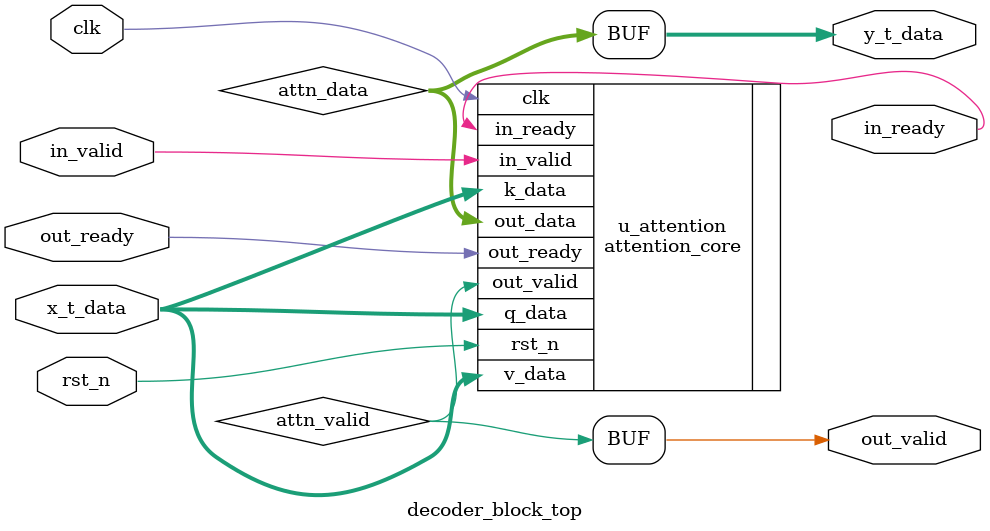
<source format=sv>
module decoder_block_top #(
    parameter int DATA_WIDTH = 16
) (
    input  logic clk,
    input  logic rst_n,
    input  logic in_valid,
    output logic in_ready,
    input  logic [DATA_WIDTH-1:0] x_t_data,
    output logic out_valid,
    input  logic out_ready,
    output logic [DATA_WIDTH-1:0] y_t_data
);
    logic attn_valid;
    logic [DATA_WIDTH-1:0] attn_data;

    attention_core #(
        .DATA_WIDTH(DATA_WIDTH)
    ) u_attention (
        .clk(clk),
        .rst_n(rst_n),
        .in_valid(in_valid),
        .in_ready(in_ready),
        .q_data(x_t_data),
        .k_data(x_t_data),
        .v_data(x_t_data),
        .out_valid(attn_valid),
        .out_ready(out_ready),
        .out_data(attn_data)
    );

    assign out_valid = attn_valid;
    assign y_t_data  = attn_data;
endmodule

</source>
